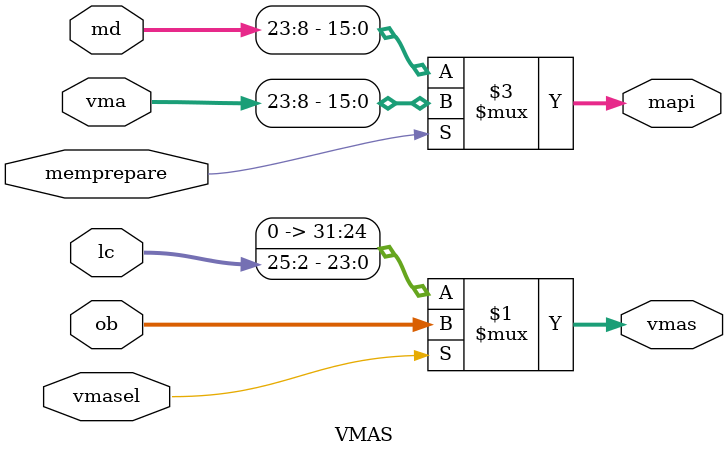
<source format=v>

module VMAS(vmas, mapi, vmasel, ob, memprepare, md, vma, lc);

   input [25:0] lc;
   input [31:0] md;
   input [31:0] ob;
   input [31:0] vma;
   input	memprepare;
   input	vmasel;
   output [23:8] mapi;
   output [31:0] vmas;

   ////////////////////////////////////////////////////////////////////////////////

   assign vmas = vmasel ? ob : { 8'b0, lc[25:2] };

   assign mapi = ~memprepare ? md[23:8] : vma[23:8];

endmodule

</source>
